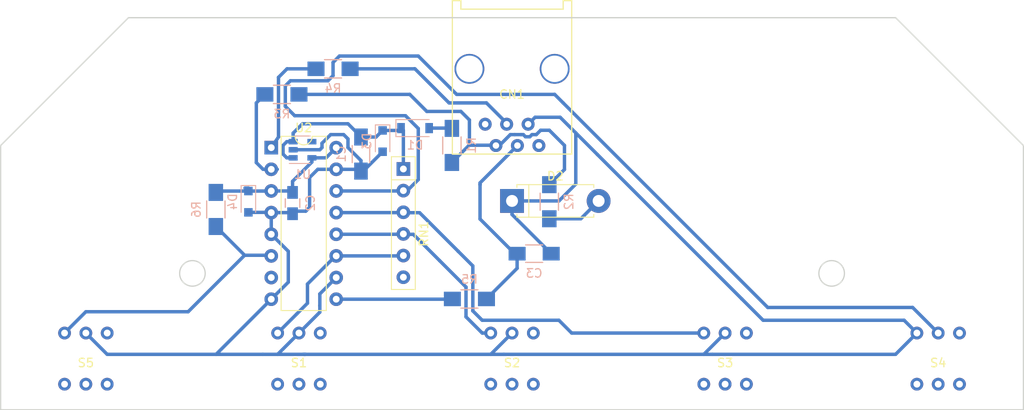
<source format=kicad_pcb>
(kicad_pcb (version 4) (host pcbnew 4.0.7)

  (general
    (links 48)
    (no_connects 0)
    (area 39.924999 59.924999 160.075001 106.075001)
    (thickness 1.6)
    (drawings 8)
    (tracks 206)
    (zones 0)
    (modules 22)
    (nets 42)
  )

  (page A4)
  (layers
    (0 F.Cu signal)
    (31 B.Cu signal)
    (32 B.Adhes user)
    (33 F.Adhes user)
    (34 B.Paste user)
    (35 F.Paste user)
    (36 B.SilkS user)
    (37 F.SilkS user)
    (38 B.Mask user)
    (39 F.Mask user)
    (40 Dwgs.User user)
    (41 Cmts.User user)
    (42 Eco1.User user)
    (43 Eco2.User user)
    (44 Edge.Cuts user)
    (45 Margin user)
    (46 B.CrtYd user)
    (47 F.CrtYd user)
    (48 B.Fab user)
    (49 F.Fab user)
  )

  (setup
    (last_trace_width 0.4)
    (trace_clearance 0.3)
    (zone_clearance 0.508)
    (zone_45_only no)
    (trace_min 0.2)
    (segment_width 0.2)
    (edge_width 0.15)
    (via_size 0.6)
    (via_drill 0.4)
    (via_min_size 0.4)
    (via_min_drill 0.3)
    (uvia_size 0.3)
    (uvia_drill 0.1)
    (uvias_allowed no)
    (uvia_min_size 0.2)
    (uvia_min_drill 0.1)
    (pcb_text_width 0.3)
    (pcb_text_size 1.5 1.5)
    (mod_edge_width 0.15)
    (mod_text_size 1 1)
    (mod_text_width 0.15)
    (pad_size 1.524 1.524)
    (pad_drill 0.762)
    (pad_to_mask_clearance 0.2)
    (aux_axis_origin 160 60)
    (grid_origin 160 60)
    (visible_elements FFFFFF7F)
    (pcbplotparams
      (layerselection 0x01000_80000000)
      (usegerberextensions false)
      (excludeedgelayer true)
      (linewidth 0.100000)
      (plotframeref false)
      (viasonmask false)
      (mode 1)
      (useauxorigin true)
      (hpglpennumber 1)
      (hpglpenspeed 20)
      (hpglpendiameter 15)
      (hpglpenoverlay 2)
      (psnegative false)
      (psa4output false)
      (plotreference true)
      (plotvalue true)
      (plotinvisibletext false)
      (padsonsilk false)
      (subtractmaskfromsilk false)
      (outputformat 1)
      (mirror false)
      (drillshape 0)
      (scaleselection 1)
      (outputdirectory ./))
  )

  (net 0 "")
  (net 1 +3V3)
  (net 2 GND)
  (net 3 "Net-(D1-Pad2)")
  (net 4 "Net-(RN1-Pad2)")
  (net 5 "Net-(RN1-Pad3)")
  (net 6 "Net-(RN1-Pad4)")
  (net 7 "Net-(RN1-Pad5)")
  (net 8 "Net-(RN1-Pad6)")
  (net 9 /CLK)
  (net 10 /Q)
  (net 11 +5V)
  (net 12 "Net-(C3-Pad1)")
  (net 13 "Net-(CN1-Pad1)")
  (net 14 "Net-(CN1-Pad2)")
  (net 15 "Net-(CN1-Pad3)")
  (net 16 "Net-(CN1-Pad6)")
  (net 17 "Net-(D2-Pad2)")
  (net 18 /~LOAD~)
  (net 19 "Net-(S1-Pad3)")
  (net 20 "Net-(S1-Pad6)")
  (net 21 "Net-(S1-Pad5)")
  (net 22 "Net-(S1-Pad4)")
  (net 23 "Net-(S2-Pad3)")
  (net 24 "Net-(S2-Pad6)")
  (net 25 "Net-(S2-Pad5)")
  (net 26 "Net-(S2-Pad4)")
  (net 27 "Net-(S3-Pad3)")
  (net 28 "Net-(S3-Pad6)")
  (net 29 "Net-(S3-Pad5)")
  (net 30 "Net-(S3-Pad4)")
  (net 31 "Net-(S4-Pad3)")
  (net 32 "Net-(S4-Pad6)")
  (net 33 "Net-(S4-Pad5)")
  (net 34 "Net-(S4-Pad4)")
  (net 35 "Net-(S5-Pad3)")
  (net 36 "Net-(S5-Pad6)")
  (net 37 "Net-(S5-Pad5)")
  (net 38 "Net-(S5-Pad4)")
  (net 39 "Net-(U1-Pad4)")
  (net 40 "Net-(U2-Pad7)")
  (net 41 "Net-(R6-Pad2)")

  (net_class Default "This is the default net class."
    (clearance 0.3)
    (trace_width 0.4)
    (via_dia 0.6)
    (via_drill 0.4)
    (uvia_dia 0.3)
    (uvia_drill 0.1)
    (add_net +3V3)
    (add_net +5V)
    (add_net /CLK)
    (add_net /Q)
    (add_net /~LOAD~)
    (add_net GND)
    (add_net "Net-(C3-Pad1)")
    (add_net "Net-(CN1-Pad1)")
    (add_net "Net-(CN1-Pad2)")
    (add_net "Net-(CN1-Pad3)")
    (add_net "Net-(CN1-Pad6)")
    (add_net "Net-(D1-Pad2)")
    (add_net "Net-(D2-Pad2)")
    (add_net "Net-(R6-Pad2)")
    (add_net "Net-(RN1-Pad2)")
    (add_net "Net-(RN1-Pad3)")
    (add_net "Net-(RN1-Pad4)")
    (add_net "Net-(RN1-Pad5)")
    (add_net "Net-(RN1-Pad6)")
    (add_net "Net-(S1-Pad3)")
    (add_net "Net-(S1-Pad4)")
    (add_net "Net-(S1-Pad5)")
    (add_net "Net-(S1-Pad6)")
    (add_net "Net-(S2-Pad3)")
    (add_net "Net-(S2-Pad4)")
    (add_net "Net-(S2-Pad5)")
    (add_net "Net-(S2-Pad6)")
    (add_net "Net-(S3-Pad3)")
    (add_net "Net-(S3-Pad4)")
    (add_net "Net-(S3-Pad5)")
    (add_net "Net-(S3-Pad6)")
    (add_net "Net-(S4-Pad3)")
    (add_net "Net-(S4-Pad4)")
    (add_net "Net-(S4-Pad5)")
    (add_net "Net-(S4-Pad6)")
    (add_net "Net-(S5-Pad3)")
    (add_net "Net-(S5-Pad4)")
    (add_net "Net-(S5-Pad5)")
    (add_net "Net-(S5-Pad6)")
    (add_net "Net-(U1-Pad4)")
    (add_net "Net-(U2-Pad7)")
  )

  (net_class 1mm ""
    (clearance 0.3)
    (trace_width 1)
    (via_dia 0.6)
    (via_drill 0.4)
    (uvia_dia 0.3)
    (uvia_drill 0.1)
  )

  (module Resistors_SMD:R_1206_HandSoldering (layer B.Cu) (tedit 5B5E2097) (tstamp 5B46CA4B)
    (at 92.944 74.986 90)
    (descr "Resistor SMD 1206, hand soldering")
    (tags "resistor 1206")
    (path /5B46CBDD)
    (attr smd)
    (fp_text reference R1 (at 0 2.3 90) (layer B.SilkS)
      (effects (font (size 1 1) (thickness 0.15)) (justify mirror))
    )
    (fp_text value 100 (at 0 -2.3 90) (layer B.Fab)
      (effects (font (size 1 1) (thickness 0.15)) (justify mirror))
    )
    (fp_line (start -1.6 -0.8) (end -1.6 0.8) (layer B.Fab) (width 0.1))
    (fp_line (start 1.6 -0.8) (end -1.6 -0.8) (layer B.Fab) (width 0.1))
    (fp_line (start 1.6 0.8) (end 1.6 -0.8) (layer B.Fab) (width 0.1))
    (fp_line (start -1.6 0.8) (end 1.6 0.8) (layer B.Fab) (width 0.1))
    (fp_line (start -3.3 1.2) (end 3.3 1.2) (layer B.CrtYd) (width 0.05))
    (fp_line (start -3.3 -1.2) (end 3.3 -1.2) (layer B.CrtYd) (width 0.05))
    (fp_line (start -3.3 1.2) (end -3.3 -1.2) (layer B.CrtYd) (width 0.05))
    (fp_line (start 3.3 1.2) (end 3.3 -1.2) (layer B.CrtYd) (width 0.05))
    (fp_line (start 1 -1.075) (end -1 -1.075) (layer B.SilkS) (width 0.15))
    (fp_line (start -1 1.075) (end 1 1.075) (layer B.SilkS) (width 0.15))
    (pad 1 smd rect (at -2 0 90) (size 2 1.7) (layers B.Cu B.Paste B.Mask)
      (net 14 "Net-(CN1-Pad2)"))
    (pad 2 smd rect (at 2 0 90) (size 2 1.7) (layers B.Cu B.Paste B.Mask)
      (net 3 "Net-(D1-Pad2)"))
    (model Resistors_SMD.3dshapes/R_1206_HandSoldering.wrl
      (at (xyz 0 0 0))
      (scale (xyz 1 1 1))
      (rotate (xyz 0 0 0))
    )
  )

  (module PiKwonDo:TH-RJ12 locked (layer F.Cu) (tedit 5B5E217D) (tstamp 5B2D8CB9)
    (at 100 66)
    (path /5B2D8F12)
    (fp_text reference CN1 (at 0 3) (layer F.SilkS)
      (effects (font (size 1 1) (thickness 0.15)))
    )
    (fp_text value RJ12-UNSHLD (at 0 -4) (layer F.Fab)
      (effects (font (size 1 1) (thickness 0.15)))
    )
    (fp_line (start -7 -8) (end -7 10) (layer F.SilkS) (width 0.15))
    (fp_line (start -7 10) (end 7 10) (layer F.SilkS) (width 0.15))
    (fp_line (start 7 10) (end 7 -8) (layer F.SilkS) (width 0.15))
    (fp_line (start 7 -8) (end 6 -8) (layer F.SilkS) (width 0.15))
    (fp_line (start 6 -8) (end 6 -7) (layer F.SilkS) (width 0.15))
    (fp_line (start 6 -7) (end -6 -7) (layer F.SilkS) (width 0.15))
    (fp_line (start -6 -7) (end -6 -8) (layer F.SilkS) (width 0.15))
    (fp_line (start -6 -8) (end -7 -8) (layer F.SilkS) (width 0.15))
    (pad 1 thru_hole circle (at -3.15 6.5) (size 1.524 1.524) (drill 0.762) (layers *.Cu *.Mask)
      (net 13 "Net-(CN1-Pad1)"))
    (pad 2 thru_hole circle (at -1.89 9) (size 1.524 1.524) (drill 0.762) (layers *.Cu *.Mask)
      (net 14 "Net-(CN1-Pad2)"))
    (pad 3 thru_hole circle (at -0.63 6.5) (size 1.524 1.524) (drill 0.762) (layers *.Cu *.Mask)
      (net 15 "Net-(CN1-Pad3)"))
    (pad 4 thru_hole circle (at 0.63 9) (size 1.524 1.524) (drill 0.762) (layers *.Cu *.Mask)
      (net 12 "Net-(C3-Pad1)"))
    (pad 5 thru_hole circle (at 1.889 6.5) (size 1.524 1.524) (drill 0.762) (layers *.Cu *.Mask)
      (net 2 GND))
    (pad 6 thru_hole circle (at 3.15 9) (size 1.524 1.524) (drill 0.762) (layers *.Cu *.Mask)
      (net 16 "Net-(CN1-Pad6)"))
    (pad "" np_thru_hole circle (at -5 0) (size 3.5 3.5) (drill 3.1) (layers *.Cu *.Mask))
    (pad "" np_thru_hole circle (at 5 0) (size 3.5 3.5) (drill 3.1) (layers *.Cu *.Mask))
  )

  (module Resistors_THT:R_Array_SIP6 (layer F.Cu) (tedit 57FA3974) (tstamp 5B2D8CC9)
    (at 87.25 77.75 270)
    (descr "6-pin Resistor SIP pack")
    (tags R)
    (path /5B2D83AE)
    (fp_text reference RN1 (at 7.62 -2.4 270) (layer F.SilkS)
      (effects (font (size 1 1) (thickness 0.15)))
    )
    (fp_text value "5x 47k" (at 7.62 2.4 270) (layer F.Fab)
      (effects (font (size 1 1) (thickness 0.15)))
    )
    (fp_line (start -1.29 -1.25) (end -1.29 1.25) (layer F.Fab) (width 0.1))
    (fp_line (start -1.29 1.25) (end 13.99 1.25) (layer F.Fab) (width 0.1))
    (fp_line (start 13.99 1.25) (end 13.99 -1.25) (layer F.Fab) (width 0.1))
    (fp_line (start 13.99 -1.25) (end -1.29 -1.25) (layer F.Fab) (width 0.1))
    (fp_line (start 1.27 -1.25) (end 1.27 1.25) (layer F.Fab) (width 0.1))
    (fp_line (start -1.44 -1.4) (end -1.44 1.4) (layer F.SilkS) (width 0.12))
    (fp_line (start -1.44 1.4) (end 14.14 1.4) (layer F.SilkS) (width 0.12))
    (fp_line (start 14.14 1.4) (end 14.14 -1.4) (layer F.SilkS) (width 0.12))
    (fp_line (start 14.14 -1.4) (end -1.44 -1.4) (layer F.SilkS) (width 0.12))
    (fp_line (start 1.27 -1.4) (end 1.27 1.4) (layer F.SilkS) (width 0.12))
    (fp_line (start -1.7 -1.65) (end -1.7 1.65) (layer F.CrtYd) (width 0.05))
    (fp_line (start -1.7 1.65) (end 14.4 1.65) (layer F.CrtYd) (width 0.05))
    (fp_line (start 14.4 1.65) (end 14.4 -1.65) (layer F.CrtYd) (width 0.05))
    (fp_line (start 14.4 -1.65) (end -1.7 -1.65) (layer F.CrtYd) (width 0.05))
    (pad 1 thru_hole rect (at 0 0 270) (size 1.6 1.6) (drill 0.8) (layers *.Cu *.Mask)
      (net 11 +5V))
    (pad 2 thru_hole oval (at 2.54 0 270) (size 1.6 1.6) (drill 0.8) (layers *.Cu *.Mask)
      (net 4 "Net-(RN1-Pad2)"))
    (pad 3 thru_hole oval (at 5.08 0 270) (size 1.6 1.6) (drill 0.8) (layers *.Cu *.Mask)
      (net 5 "Net-(RN1-Pad3)"))
    (pad 4 thru_hole oval (at 7.62 0 270) (size 1.6 1.6) (drill 0.8) (layers *.Cu *.Mask)
      (net 6 "Net-(RN1-Pad4)"))
    (pad 5 thru_hole oval (at 10.16 0 270) (size 1.6 1.6) (drill 0.8) (layers *.Cu *.Mask)
      (net 7 "Net-(RN1-Pad5)"))
    (pad 6 thru_hole oval (at 12.7 0 270) (size 1.6 1.6) (drill 0.8) (layers *.Cu *.Mask)
      (net 8 "Net-(RN1-Pad6)"))
    (model ${KISYS3DMOD}/Resistors_THT.3dshapes/R_Array_SIP6.wrl
      (at (xyz 0 0 0))
      (scale (xyz 0.39 0.39 0.39))
      (rotate (xyz 0 0 0))
    )
  )

  (module PiKwonDo:Switch-DPDT locked (layer F.Cu) (tedit 5B5E1E89) (tstamp 5B2D8CD3)
    (at 50 100)
    (path /5B2D9B30)
    (fp_text reference S5 (at 0 0.5) (layer F.SilkS)
      (effects (font (size 1 1) (thickness 0.15)))
    )
    (fp_text value DPDT-Button (at 0 -0.5) (layer F.Fab)
      (effects (font (size 1 1) (thickness 0.15)))
    )
    (pad 3 thru_hole circle (at 2.5 -3) (size 1.5 1.5) (drill 0.8) (layers *.Cu *.Mask)
      (net 35 "Net-(S5-Pad3)"))
    (pad 2 thru_hole circle (at 0 -3) (size 1.5 1.5) (drill 0.8) (layers *.Cu *.Mask)
      (net 2 GND))
    (pad 1 thru_hole circle (at -2.5 -3) (size 1.5 1.5) (drill 0.8) (layers *.Cu *.Mask)
      (net 41 "Net-(R6-Pad2)"))
    (pad 6 thru_hole circle (at -2.5 3) (size 1.5 1.5) (drill 0.8) (layers *.Cu *.Mask)
      (net 36 "Net-(S5-Pad6)"))
    (pad 5 thru_hole circle (at 0 3) (size 1.5 1.5) (drill 0.8) (layers *.Cu *.Mask)
      (net 37 "Net-(S5-Pad5)"))
    (pad 4 thru_hole circle (at 2.5 3) (size 1.5 1.5) (drill 0.8) (layers *.Cu *.Mask)
      (net 38 "Net-(S5-Pad4)"))
  )

  (module PiKwonDo:Switch-DPDT locked (layer F.Cu) (tedit 5B5E1E4D) (tstamp 5B2D8CDD)
    (at 75 100)
    (path /5B2D9E5E)
    (fp_text reference S1 (at 0 0.5) (layer F.SilkS)
      (effects (font (size 1 1) (thickness 0.15)))
    )
    (fp_text value DPDT-Button (at 0 -0.5) (layer F.Fab)
      (effects (font (size 1 1) (thickness 0.15)))
    )
    (pad 3 thru_hole circle (at 2.5 -3) (size 1.5 1.5) (drill 0.8) (layers *.Cu *.Mask)
      (net 19 "Net-(S1-Pad3)"))
    (pad 2 thru_hole circle (at 0 -3) (size 1.5 1.5) (drill 0.8) (layers *.Cu *.Mask)
      (net 2 GND))
    (pad 1 thru_hole circle (at -2.5 -3) (size 1.5 1.5) (drill 0.8) (layers *.Cu *.Mask)
      (net 7 "Net-(RN1-Pad5)"))
    (pad 6 thru_hole circle (at -2.5 3) (size 1.5 1.5) (drill 0.8) (layers *.Cu *.Mask)
      (net 20 "Net-(S1-Pad6)"))
    (pad 5 thru_hole circle (at 0 3) (size 1.5 1.5) (drill 0.8) (layers *.Cu *.Mask)
      (net 21 "Net-(S1-Pad5)"))
    (pad 4 thru_hole circle (at 2.5 3) (size 1.5 1.5) (drill 0.8) (layers *.Cu *.Mask)
      (net 22 "Net-(S1-Pad4)"))
  )

  (module PiKwonDo:Switch-DPDT locked (layer F.Cu) (tedit 5B5E1E5A) (tstamp 5B2D8CE7)
    (at 100 100)
    (path /5B2D9EA4)
    (fp_text reference S2 (at 0 0.5) (layer F.SilkS)
      (effects (font (size 1 1) (thickness 0.15)))
    )
    (fp_text value DPDT-Button (at 0 -0.5) (layer F.Fab)
      (effects (font (size 1 1) (thickness 0.15)))
    )
    (pad 3 thru_hole circle (at 2.5 -3) (size 1.5 1.5) (drill 0.8) (layers *.Cu *.Mask)
      (net 23 "Net-(S2-Pad3)"))
    (pad 2 thru_hole circle (at 0 -3) (size 1.5 1.5) (drill 0.8) (layers *.Cu *.Mask)
      (net 2 GND))
    (pad 1 thru_hole circle (at -2.5 -3) (size 1.5 1.5) (drill 0.8) (layers *.Cu *.Mask)
      (net 6 "Net-(RN1-Pad4)"))
    (pad 6 thru_hole circle (at -2.5 3) (size 1.5 1.5) (drill 0.8) (layers *.Cu *.Mask)
      (net 24 "Net-(S2-Pad6)"))
    (pad 5 thru_hole circle (at 0 3) (size 1.5 1.5) (drill 0.8) (layers *.Cu *.Mask)
      (net 25 "Net-(S2-Pad5)"))
    (pad 4 thru_hole circle (at 2.5 3) (size 1.5 1.5) (drill 0.8) (layers *.Cu *.Mask)
      (net 26 "Net-(S2-Pad4)"))
  )

  (module PiKwonDo:Switch-DPDT locked (layer F.Cu) (tedit 5B5E1E6C) (tstamp 5B2D8CF1)
    (at 125 100)
    (path /5B2D9EFB)
    (fp_text reference S3 (at 0 0.5) (layer F.SilkS)
      (effects (font (size 1 1) (thickness 0.15)))
    )
    (fp_text value DPDT-Button (at 0 -0.5) (layer F.Fab)
      (effects (font (size 1 1) (thickness 0.15)))
    )
    (pad 3 thru_hole circle (at 2.5 -3) (size 1.5 1.5) (drill 0.8) (layers *.Cu *.Mask)
      (net 27 "Net-(S3-Pad3)"))
    (pad 2 thru_hole circle (at 0 -3) (size 1.5 1.5) (drill 0.8) (layers *.Cu *.Mask)
      (net 2 GND))
    (pad 1 thru_hole circle (at -2.5 -3) (size 1.5 1.5) (drill 0.8) (layers *.Cu *.Mask)
      (net 5 "Net-(RN1-Pad3)"))
    (pad 6 thru_hole circle (at -2.5 3) (size 1.5 1.5) (drill 0.8) (layers *.Cu *.Mask)
      (net 28 "Net-(S3-Pad6)"))
    (pad 5 thru_hole circle (at 0 3) (size 1.5 1.5) (drill 0.8) (layers *.Cu *.Mask)
      (net 29 "Net-(S3-Pad5)"))
    (pad 4 thru_hole circle (at 2.5 3) (size 1.5 1.5) (drill 0.8) (layers *.Cu *.Mask)
      (net 30 "Net-(S3-Pad4)"))
  )

  (module PiKwonDo:Switch-DPDT locked (layer F.Cu) (tedit 5B5E1E80) (tstamp 5B2D8CFB)
    (at 150 100)
    (path /5B2D9F4B)
    (fp_text reference S4 (at 0 0.5) (layer F.SilkS)
      (effects (font (size 1 1) (thickness 0.15)))
    )
    (fp_text value DPDT-Button (at 0 -0.5) (layer F.Fab)
      (effects (font (size 1 1) (thickness 0.15)))
    )
    (pad 3 thru_hole circle (at 2.5 -3) (size 1.5 1.5) (drill 0.8) (layers *.Cu *.Mask)
      (net 31 "Net-(S4-Pad3)"))
    (pad 2 thru_hole circle (at 0 -3) (size 1.5 1.5) (drill 0.8) (layers *.Cu *.Mask)
      (net 4 "Net-(RN1-Pad2)"))
    (pad 1 thru_hole circle (at -2.5 -3) (size 1.5 1.5) (drill 0.8) (layers *.Cu *.Mask)
      (net 2 GND))
    (pad 6 thru_hole circle (at -2.5 3) (size 1.5 1.5) (drill 0.8) (layers *.Cu *.Mask)
      (net 32 "Net-(S4-Pad6)"))
    (pad 5 thru_hole circle (at 0 3) (size 1.5 1.5) (drill 0.8) (layers *.Cu *.Mask)
      (net 33 "Net-(S4-Pad5)"))
    (pad 4 thru_hole circle (at 2.5 3) (size 1.5 1.5) (drill 0.8) (layers *.Cu *.Mask)
      (net 34 "Net-(S4-Pad4)"))
  )

  (module Housings_DIP:DIP-16_W7.62mm (layer F.Cu) (tedit 5B5E1D54) (tstamp 5B2D8D0F)
    (at 71.75 75.25)
    (descr "16-lead though-hole mounted DIP package, row spacing 7.62 mm (300 mils)")
    (tags "THT DIP DIL PDIP 2.54mm 7.62mm 300mil")
    (path /5B5E202F)
    (fp_text reference U2 (at 3.81 -2.33) (layer F.SilkS)
      (effects (font (size 1 1) (thickness 0.15)))
    )
    (fp_text value 74HC165 (at 3.81 20.11) (layer F.Fab)
      (effects (font (size 1 1) (thickness 0.15)))
    )
    (fp_arc (start 3.81 -1.33) (end 2.81 -1.33) (angle -180) (layer F.SilkS) (width 0.12))
    (fp_line (start 1.635 -1.27) (end 6.985 -1.27) (layer F.Fab) (width 0.1))
    (fp_line (start 6.985 -1.27) (end 6.985 19.05) (layer F.Fab) (width 0.1))
    (fp_line (start 6.985 19.05) (end 0.635 19.05) (layer F.Fab) (width 0.1))
    (fp_line (start 0.635 19.05) (end 0.635 -0.27) (layer F.Fab) (width 0.1))
    (fp_line (start 0.635 -0.27) (end 1.635 -1.27) (layer F.Fab) (width 0.1))
    (fp_line (start 2.81 -1.33) (end 1.16 -1.33) (layer F.SilkS) (width 0.12))
    (fp_line (start 1.16 -1.33) (end 1.16 19.11) (layer F.SilkS) (width 0.12))
    (fp_line (start 1.16 19.11) (end 6.46 19.11) (layer F.SilkS) (width 0.12))
    (fp_line (start 6.46 19.11) (end 6.46 -1.33) (layer F.SilkS) (width 0.12))
    (fp_line (start 6.46 -1.33) (end 4.81 -1.33) (layer F.SilkS) (width 0.12))
    (fp_line (start -1.1 -1.55) (end -1.1 19.3) (layer F.CrtYd) (width 0.05))
    (fp_line (start -1.1 19.3) (end 8.7 19.3) (layer F.CrtYd) (width 0.05))
    (fp_line (start 8.7 19.3) (end 8.7 -1.55) (layer F.CrtYd) (width 0.05))
    (fp_line (start 8.7 -1.55) (end -1.1 -1.55) (layer F.CrtYd) (width 0.05))
    (fp_text user %R (at 3.81 8.89 180) (layer F.Fab)
      (effects (font (size 1 1) (thickness 0.15)))
    )
    (pad 1 thru_hole rect (at 0 0) (size 1.6 1.6) (drill 0.8) (layers *.Cu *.Mask)
      (net 18 /~LOAD~))
    (pad 9 thru_hole oval (at 7.62 17.78) (size 1.6 1.6) (drill 0.8) (layers *.Cu *.Mask)
      (net 10 /Q))
    (pad 2 thru_hole oval (at 0 2.54) (size 1.6 1.6) (drill 0.8) (layers *.Cu *.Mask)
      (net 9 /CLK))
    (pad 10 thru_hole oval (at 7.62 15.24) (size 1.6 1.6) (drill 0.8) (layers *.Cu *.Mask)
      (net 2 GND))
    (pad 3 thru_hole oval (at 0 5.08) (size 1.6 1.6) (drill 0.8) (layers *.Cu *.Mask)
      (net 1 +3V3))
    (pad 11 thru_hole oval (at 7.62 12.7) (size 1.6 1.6) (drill 0.8) (layers *.Cu *.Mask)
      (net 7 "Net-(RN1-Pad5)"))
    (pad 4 thru_hole oval (at 0 7.62) (size 1.6 1.6) (drill 0.8) (layers *.Cu *.Mask)
      (net 2 GND))
    (pad 12 thru_hole oval (at 7.62 10.16) (size 1.6 1.6) (drill 0.8) (layers *.Cu *.Mask)
      (net 6 "Net-(RN1-Pad4)"))
    (pad 5 thru_hole oval (at 0 10.16) (size 1.6 1.6) (drill 0.8) (layers *.Cu *.Mask)
      (net 2 GND))
    (pad 13 thru_hole oval (at 7.62 7.62) (size 1.6 1.6) (drill 0.8) (layers *.Cu *.Mask)
      (net 5 "Net-(RN1-Pad3)"))
    (pad 6 thru_hole oval (at 0 12.7) (size 1.6 1.6) (drill 0.8) (layers *.Cu *.Mask)
      (net 41 "Net-(R6-Pad2)"))
    (pad 14 thru_hole oval (at 7.62 5.08) (size 1.6 1.6) (drill 0.8) (layers *.Cu *.Mask)
      (net 4 "Net-(RN1-Pad2)"))
    (pad 7 thru_hole oval (at 0 15.24) (size 1.6 1.6) (drill 0.8) (layers *.Cu *.Mask)
      (net 40 "Net-(U2-Pad7)"))
    (pad 15 thru_hole oval (at 7.62 2.54) (size 1.6 1.6) (drill 0.8) (layers *.Cu *.Mask)
      (net 2 GND))
    (pad 8 thru_hole oval (at 0 17.78) (size 1.6 1.6) (drill 0.8) (layers *.Cu *.Mask)
      (net 2 GND))
    (pad 16 thru_hole oval (at 7.62 0) (size 1.6 1.6) (drill 0.8) (layers *.Cu *.Mask)
      (net 1 +3V3))
    (model ${KISYS3DMOD}/Housings_DIP.3dshapes/DIP-16_W7.62mm.wrl
      (at (xyz 0 0 0))
      (scale (xyz 1 1 1))
      (rotate (xyz 0 0 0))
    )
  )

  (module Diodes_THT:D_5W_P10.16mm_Horizontal locked (layer F.Cu) (tedit 5B5E20B1) (tstamp 5B2D944E)
    (at 100 81.5)
    (descr "D, 5W series, Axial, Horizontal, pin pitch=10.16mm, , length*diameter=8.9*3.7mm^2, , http://www.diodes.com/_files/packages/8686949.gif")
    (tags "D 5W series Axial Horizontal pin pitch 10.16mm  length 8.9mm diameter 3.7mm")
    (path /5B2D9078)
    (fp_text reference D2 (at 5.08 -2.91) (layer F.SilkS)
      (effects (font (size 1 1) (thickness 0.15)))
    )
    (fp_text value LED (at 5.08 2.91) (layer F.Fab)
      (effects (font (size 1 1) (thickness 0.15)))
    )
    (fp_text user %R (at 5.08 0) (layer F.Fab)
      (effects (font (size 1 1) (thickness 0.15)))
    )
    (fp_line (start 0.63 -1.85) (end 0.63 1.85) (layer F.Fab) (width 0.1))
    (fp_line (start 0.63 1.85) (end 9.53 1.85) (layer F.Fab) (width 0.1))
    (fp_line (start 9.53 1.85) (end 9.53 -1.85) (layer F.Fab) (width 0.1))
    (fp_line (start 9.53 -1.85) (end 0.63 -1.85) (layer F.Fab) (width 0.1))
    (fp_line (start 0 0) (end 0.63 0) (layer F.Fab) (width 0.1))
    (fp_line (start 10.16 0) (end 9.53 0) (layer F.Fab) (width 0.1))
    (fp_line (start 1.965 -1.85) (end 1.965 1.85) (layer F.Fab) (width 0.1))
    (fp_line (start 0.57 -1.58) (end 0.57 -1.91) (layer F.SilkS) (width 0.12))
    (fp_line (start 0.57 -1.91) (end 9.59 -1.91) (layer F.SilkS) (width 0.12))
    (fp_line (start 9.59 -1.91) (end 9.59 -1.58) (layer F.SilkS) (width 0.12))
    (fp_line (start 0.57 1.58) (end 0.57 1.91) (layer F.SilkS) (width 0.12))
    (fp_line (start 0.57 1.91) (end 9.59 1.91) (layer F.SilkS) (width 0.12))
    (fp_line (start 9.59 1.91) (end 9.59 1.58) (layer F.SilkS) (width 0.12))
    (fp_line (start 1.965 -1.91) (end 1.965 1.91) (layer F.SilkS) (width 0.12))
    (fp_line (start -1.65 -2.2) (end -1.65 2.2) (layer F.CrtYd) (width 0.05))
    (fp_line (start -1.65 2.2) (end 11.85 2.2) (layer F.CrtYd) (width 0.05))
    (fp_line (start 11.85 2.2) (end 11.85 -2.2) (layer F.CrtYd) (width 0.05))
    (fp_line (start 11.85 -2.2) (end -1.65 -2.2) (layer F.CrtYd) (width 0.05))
    (pad 1 thru_hole rect (at 0 0) (size 2.8 2.8) (drill 1.4) (layers *.Cu *.Mask)
      (net 2 GND))
    (pad 2 thru_hole oval (at 10.16 0) (size 2.8 2.8) (drill 1.4) (layers *.Cu *.Mask)
      (net 17 "Net-(D2-Pad2)"))
    (model ${KISYS3DMOD}/Diodes_THT.3dshapes/D_5W_P10.16mm_Horizontal.wrl
      (at (xyz 0 0 0))
      (scale (xyz 0.393701 0.393701 0.393701))
      (rotate (xyz 0 0 0))
    )
  )

  (module Resistors_SMD:R_1206_HandSoldering (layer B.Cu) (tedit 5B5E206F) (tstamp 5B46CA41)
    (at 104.374 81.59 90)
    (descr "Resistor SMD 1206, hand soldering")
    (tags "resistor 1206")
    (path /5B5B6D85)
    (attr smd)
    (fp_text reference R2 (at 0 2.3 90) (layer B.SilkS)
      (effects (font (size 1 1) (thickness 0.15)) (justify mirror))
    )
    (fp_text value 470 (at 0 -2.3 90) (layer B.Fab)
      (effects (font (size 1 1) (thickness 0.15)) (justify mirror))
    )
    (fp_line (start -1.6 -0.8) (end -1.6 0.8) (layer B.Fab) (width 0.1))
    (fp_line (start 1.6 -0.8) (end -1.6 -0.8) (layer B.Fab) (width 0.1))
    (fp_line (start 1.6 0.8) (end 1.6 -0.8) (layer B.Fab) (width 0.1))
    (fp_line (start -1.6 0.8) (end 1.6 0.8) (layer B.Fab) (width 0.1))
    (fp_line (start -3.3 1.2) (end 3.3 1.2) (layer B.CrtYd) (width 0.05))
    (fp_line (start -3.3 -1.2) (end 3.3 -1.2) (layer B.CrtYd) (width 0.05))
    (fp_line (start -3.3 1.2) (end -3.3 -1.2) (layer B.CrtYd) (width 0.05))
    (fp_line (start 3.3 1.2) (end 3.3 -1.2) (layer B.CrtYd) (width 0.05))
    (fp_line (start 1 -1.075) (end -1 -1.075) (layer B.SilkS) (width 0.15))
    (fp_line (start -1 1.075) (end 1 1.075) (layer B.SilkS) (width 0.15))
    (pad 1 smd rect (at -2 0 90) (size 2 1.7) (layers B.Cu B.Paste B.Mask)
      (net 17 "Net-(D2-Pad2)"))
    (pad 2 smd rect (at 2 0 90) (size 2 1.7) (layers B.Cu B.Paste B.Mask)
      (net 14 "Net-(CN1-Pad2)"))
    (model Resistors_SMD.3dshapes/R_1206_HandSoldering.wrl
      (at (xyz 0 0 0))
      (scale (xyz 1 1 1))
      (rotate (xyz 0 0 0))
    )
  )

  (module Resistors_SMD:R_1206_HandSoldering (layer B.Cu) (tedit 5B5E20F5) (tstamp 5B46CA51)
    (at 95 93 180)
    (descr "Resistor SMD 1206, hand soldering")
    (tags "resistor 1206")
    (path /5B5E9B57)
    (attr smd)
    (fp_text reference R5 (at 0 2.3 180) (layer B.SilkS)
      (effects (font (size 1 1) (thickness 0.15)) (justify mirror))
    )
    (fp_text value 10 (at 0 -2.3 180) (layer B.Fab)
      (effects (font (size 1 1) (thickness 0.15)) (justify mirror))
    )
    (fp_line (start -1.6 -0.8) (end -1.6 0.8) (layer B.Fab) (width 0.1))
    (fp_line (start 1.6 -0.8) (end -1.6 -0.8) (layer B.Fab) (width 0.1))
    (fp_line (start 1.6 0.8) (end 1.6 -0.8) (layer B.Fab) (width 0.1))
    (fp_line (start -1.6 0.8) (end 1.6 0.8) (layer B.Fab) (width 0.1))
    (fp_line (start -3.3 1.2) (end 3.3 1.2) (layer B.CrtYd) (width 0.05))
    (fp_line (start -3.3 -1.2) (end 3.3 -1.2) (layer B.CrtYd) (width 0.05))
    (fp_line (start -3.3 1.2) (end -3.3 -1.2) (layer B.CrtYd) (width 0.05))
    (fp_line (start 3.3 1.2) (end 3.3 -1.2) (layer B.CrtYd) (width 0.05))
    (fp_line (start 1 -1.075) (end -1 -1.075) (layer B.SilkS) (width 0.15))
    (fp_line (start -1 1.075) (end 1 1.075) (layer B.SilkS) (width 0.15))
    (pad 1 smd rect (at -2 0 180) (size 2 1.7) (layers B.Cu B.Paste B.Mask)
      (net 12 "Net-(C3-Pad1)"))
    (pad 2 smd rect (at 2 0 180) (size 2 1.7) (layers B.Cu B.Paste B.Mask)
      (net 10 /Q))
    (model Resistors_SMD.3dshapes/R_1206_HandSoldering.wrl
      (at (xyz 0 0 0))
      (scale (xyz 1 1 1))
      (rotate (xyz 0 0 0))
    )
  )

  (module Resistors_SMD:R_1206_HandSoldering (layer B.Cu) (tedit 58307C0D) (tstamp 5B46CA57)
    (at 79 66)
    (descr "Resistor SMD 1206, hand soldering")
    (tags "resistor 1206")
    (path /5B5E9AEB)
    (attr smd)
    (fp_text reference R4 (at 0 2.3) (layer B.SilkS)
      (effects (font (size 1 1) (thickness 0.15)) (justify mirror))
    )
    (fp_text value 470 (at 0 -2.3) (layer B.Fab)
      (effects (font (size 1 1) (thickness 0.15)) (justify mirror))
    )
    (fp_line (start -1.6 -0.8) (end -1.6 0.8) (layer B.Fab) (width 0.1))
    (fp_line (start 1.6 -0.8) (end -1.6 -0.8) (layer B.Fab) (width 0.1))
    (fp_line (start 1.6 0.8) (end 1.6 -0.8) (layer B.Fab) (width 0.1))
    (fp_line (start -1.6 0.8) (end 1.6 0.8) (layer B.Fab) (width 0.1))
    (fp_line (start -3.3 1.2) (end 3.3 1.2) (layer B.CrtYd) (width 0.05))
    (fp_line (start -3.3 -1.2) (end 3.3 -1.2) (layer B.CrtYd) (width 0.05))
    (fp_line (start -3.3 1.2) (end -3.3 -1.2) (layer B.CrtYd) (width 0.05))
    (fp_line (start 3.3 1.2) (end 3.3 -1.2) (layer B.CrtYd) (width 0.05))
    (fp_line (start 1 -1.075) (end -1 -1.075) (layer B.SilkS) (width 0.15))
    (fp_line (start -1 1.075) (end 1 1.075) (layer B.SilkS) (width 0.15))
    (pad 1 smd rect (at -2 0) (size 2 1.7) (layers B.Cu B.Paste B.Mask)
      (net 18 /~LOAD~))
    (pad 2 smd rect (at 2 0) (size 2 1.7) (layers B.Cu B.Paste B.Mask)
      (net 15 "Net-(CN1-Pad3)"))
    (model Resistors_SMD.3dshapes/R_1206_HandSoldering.wrl
      (at (xyz 0 0 0))
      (scale (xyz 1 1 1))
      (rotate (xyz 0 0 0))
    )
  )

  (module Capacitors_SMD:C_0805_HandSoldering (layer B.Cu) (tedit 5B5E1D91) (tstamp 5B5CFC56)
    (at 74.25 81.75 90)
    (descr "Capacitor SMD 0805, hand soldering")
    (tags "capacitor 0805")
    (path /5B2D958C)
    (attr smd)
    (fp_text reference C2 (at 0 2.1 90) (layer B.SilkS)
      (effects (font (size 1 1) (thickness 0.15)) (justify mirror))
    )
    (fp_text value 10nF (at 0 -2.1 90) (layer B.Fab)
      (effects (font (size 1 1) (thickness 0.15)) (justify mirror))
    )
    (fp_line (start -1 -0.625) (end -1 0.625) (layer B.Fab) (width 0.15))
    (fp_line (start 1 -0.625) (end -1 -0.625) (layer B.Fab) (width 0.15))
    (fp_line (start 1 0.625) (end 1 -0.625) (layer B.Fab) (width 0.15))
    (fp_line (start -1 0.625) (end 1 0.625) (layer B.Fab) (width 0.15))
    (fp_line (start -2.3 1) (end 2.3 1) (layer B.CrtYd) (width 0.05))
    (fp_line (start -2.3 -1) (end 2.3 -1) (layer B.CrtYd) (width 0.05))
    (fp_line (start -2.3 1) (end -2.3 -1) (layer B.CrtYd) (width 0.05))
    (fp_line (start 2.3 1) (end 2.3 -1) (layer B.CrtYd) (width 0.05))
    (fp_line (start 0.5 0.85) (end -0.5 0.85) (layer B.SilkS) (width 0.15))
    (fp_line (start -0.5 -0.85) (end 0.5 -0.85) (layer B.SilkS) (width 0.15))
    (pad 1 smd rect (at -1.25 0 90) (size 1.5 1.25) (layers B.Cu B.Paste B.Mask)
      (net 2 GND))
    (pad 2 smd rect (at 1.25 0 90) (size 1.5 1.25) (layers B.Cu B.Paste B.Mask)
      (net 1 +3V3))
    (model Capacitors_SMD.3dshapes/C_0805_HandSoldering.wrl
      (at (xyz 0 0 0))
      (scale (xyz 1 1 1))
      (rotate (xyz 0 0 0))
    )
  )

  (module Capacitors_SMD:C_1206_HandSoldering (layer B.Cu) (tedit 5B5E1D86) (tstamp 5B5CFC5B)
    (at 82.276 76.002 270)
    (descr "Capacitor SMD 1206, hand soldering")
    (tags "capacitor 1206")
    (path /5B5B6007)
    (attr smd)
    (fp_text reference C1 (at 0 2.3 270) (layer B.SilkS)
      (effects (font (size 1 1) (thickness 0.15)) (justify mirror))
    )
    (fp_text value 1uF (at 0 -2.3 270) (layer B.Fab)
      (effects (font (size 1 1) (thickness 0.15)) (justify mirror))
    )
    (fp_line (start -1.6 -0.8) (end -1.6 0.8) (layer B.Fab) (width 0.15))
    (fp_line (start 1.6 -0.8) (end -1.6 -0.8) (layer B.Fab) (width 0.15))
    (fp_line (start 1.6 0.8) (end 1.6 -0.8) (layer B.Fab) (width 0.15))
    (fp_line (start -1.6 0.8) (end 1.6 0.8) (layer B.Fab) (width 0.15))
    (fp_line (start -3.3 1.15) (end 3.3 1.15) (layer B.CrtYd) (width 0.05))
    (fp_line (start -3.3 -1.15) (end 3.3 -1.15) (layer B.CrtYd) (width 0.05))
    (fp_line (start -3.3 1.15) (end -3.3 -1.15) (layer B.CrtYd) (width 0.05))
    (fp_line (start 3.3 1.15) (end 3.3 -1.15) (layer B.CrtYd) (width 0.05))
    (fp_line (start 1 1.025) (end -1 1.025) (layer B.SilkS) (width 0.15))
    (fp_line (start -1 -1.025) (end 1 -1.025) (layer B.SilkS) (width 0.15))
    (pad 1 smd rect (at -2 0 270) (size 2 1.6) (layers B.Cu B.Paste B.Mask)
      (net 11 +5V))
    (pad 2 smd rect (at 2 0 270) (size 2 1.6) (layers B.Cu B.Paste B.Mask)
      (net 2 GND))
    (model Capacitors_SMD.3dshapes/C_1206_HandSoldering.wrl
      (at (xyz 0 0 0))
      (scale (xyz 1 1 1))
      (rotate (xyz 0 0 0))
    )
  )

  (module Capacitors_SMD:C_1206_HandSoldering (layer B.Cu) (tedit 541A9C03) (tstamp 5B5CFC60)
    (at 102.596 87.686)
    (descr "Capacitor SMD 1206, hand soldering")
    (tags "capacitor 1206")
    (path /5B5E8ED0)
    (attr smd)
    (fp_text reference C3 (at 0 2.3) (layer B.SilkS)
      (effects (font (size 1 1) (thickness 0.15)) (justify mirror))
    )
    (fp_text value 470pF (at 0 -2.3) (layer B.Fab)
      (effects (font (size 1 1) (thickness 0.15)) (justify mirror))
    )
    (fp_line (start -1.6 -0.8) (end -1.6 0.8) (layer B.Fab) (width 0.15))
    (fp_line (start 1.6 -0.8) (end -1.6 -0.8) (layer B.Fab) (width 0.15))
    (fp_line (start 1.6 0.8) (end 1.6 -0.8) (layer B.Fab) (width 0.15))
    (fp_line (start -1.6 0.8) (end 1.6 0.8) (layer B.Fab) (width 0.15))
    (fp_line (start -3.3 1.15) (end 3.3 1.15) (layer B.CrtYd) (width 0.05))
    (fp_line (start -3.3 -1.15) (end 3.3 -1.15) (layer B.CrtYd) (width 0.05))
    (fp_line (start -3.3 1.15) (end -3.3 -1.15) (layer B.CrtYd) (width 0.05))
    (fp_line (start 3.3 1.15) (end 3.3 -1.15) (layer B.CrtYd) (width 0.05))
    (fp_line (start 1 1.025) (end -1 1.025) (layer B.SilkS) (width 0.15))
    (fp_line (start -1 -1.025) (end 1 -1.025) (layer B.SilkS) (width 0.15))
    (pad 1 smd rect (at -2 0) (size 2 1.6) (layers B.Cu B.Paste B.Mask)
      (net 12 "Net-(C3-Pad1)"))
    (pad 2 smd rect (at 2 0) (size 2 1.6) (layers B.Cu B.Paste B.Mask)
      (net 2 GND))
    (model Capacitors_SMD.3dshapes/C_1206_HandSoldering.wrl
      (at (xyz 0 0 0))
      (scale (xyz 1 1 1))
      (rotate (xyz 0 0 0))
    )
  )

  (module Diodes_SMD:D_SOD-323_HandSoldering (layer B.Cu) (tedit 5B5E20CB) (tstamp 5B5CFC65)
    (at 84.816 74.478 270)
    (descr SOD-323)
    (tags SOD-323)
    (path /5B46CC66)
    (attr smd)
    (fp_text reference D3 (at 0 1.85 270) (layer B.SilkS)
      (effects (font (size 1 1) (thickness 0.15)) (justify mirror))
    )
    (fp_text value 5V (at 0.1 -1.9 270) (layer B.Fab)
      (effects (font (size 1 1) (thickness 0.15)) (justify mirror))
    )
    (fp_text user %R (at 0 1.85 270) (layer B.Fab)
      (effects (font (size 1 1) (thickness 0.15)) (justify mirror))
    )
    (fp_line (start -1.9 0.85) (end -1.9 -0.85) (layer B.SilkS) (width 0.12))
    (fp_line (start 0.2 0) (end 0.45 0) (layer B.Fab) (width 0.1))
    (fp_line (start 0.2 -0.35) (end -0.3 0) (layer B.Fab) (width 0.1))
    (fp_line (start 0.2 0.35) (end 0.2 -0.35) (layer B.Fab) (width 0.1))
    (fp_line (start -0.3 0) (end 0.2 0.35) (layer B.Fab) (width 0.1))
    (fp_line (start -0.3 0) (end -0.5 0) (layer B.Fab) (width 0.1))
    (fp_line (start -0.3 0.35) (end -0.3 -0.35) (layer B.Fab) (width 0.1))
    (fp_line (start -0.9 -0.7) (end -0.9 0.7) (layer B.Fab) (width 0.1))
    (fp_line (start 0.9 -0.7) (end -0.9 -0.7) (layer B.Fab) (width 0.1))
    (fp_line (start 0.9 0.7) (end 0.9 -0.7) (layer B.Fab) (width 0.1))
    (fp_line (start -0.9 0.7) (end 0.9 0.7) (layer B.Fab) (width 0.1))
    (fp_line (start -2 0.95) (end 2 0.95) (layer B.CrtYd) (width 0.05))
    (fp_line (start 2 0.95) (end 2 -0.95) (layer B.CrtYd) (width 0.05))
    (fp_line (start -2 -0.95) (end 2 -0.95) (layer B.CrtYd) (width 0.05))
    (fp_line (start -2 0.95) (end -2 -0.95) (layer B.CrtYd) (width 0.05))
    (fp_line (start -1.9 -0.85) (end 1.25 -0.85) (layer B.SilkS) (width 0.12))
    (fp_line (start -1.9 0.85) (end 1.25 0.85) (layer B.SilkS) (width 0.12))
    (pad 1 smd rect (at -1.25 0 270) (size 1 1) (layers B.Cu B.Paste B.Mask)
      (net 11 +5V))
    (pad 2 smd rect (at 1.25 0 270) (size 1 1) (layers B.Cu B.Paste B.Mask)
      (net 2 GND))
    (model ${KISYS3DMOD}/Diodes_SMD.3dshapes/D_SOD-323.wrl
      (at (xyz 0 0 0))
      (scale (xyz 1 1 1))
      (rotate (xyz 0 0 0))
    )
  )

  (module Diodes_SMD:D_SOD-123 (layer B.Cu) (tedit 5B5E20A7) (tstamp 5B5CFC6A)
    (at 88.626 72.954)
    (descr SOD-123)
    (tags SOD-123)
    (path /5B5B5DBA)
    (attr smd)
    (fp_text reference D1 (at 0 2) (layer B.SilkS)
      (effects (font (size 1 1) (thickness 0.15)) (justify mirror))
    )
    (fp_text value BAT54 (at 0 -2.1) (layer B.Fab)
      (effects (font (size 1 1) (thickness 0.15)) (justify mirror))
    )
    (fp_text user %R (at 0 2) (layer B.Fab)
      (effects (font (size 1 1) (thickness 0.15)) (justify mirror))
    )
    (fp_line (start -2.25 1) (end -2.25 -1) (layer B.SilkS) (width 0.12))
    (fp_line (start 0.25 0) (end 0.75 0) (layer B.Fab) (width 0.1))
    (fp_line (start 0.25 -0.4) (end -0.35 0) (layer B.Fab) (width 0.1))
    (fp_line (start 0.25 0.4) (end 0.25 -0.4) (layer B.Fab) (width 0.1))
    (fp_line (start -0.35 0) (end 0.25 0.4) (layer B.Fab) (width 0.1))
    (fp_line (start -0.35 0) (end -0.35 -0.55) (layer B.Fab) (width 0.1))
    (fp_line (start -0.35 0) (end -0.35 0.55) (layer B.Fab) (width 0.1))
    (fp_line (start -0.75 0) (end -0.35 0) (layer B.Fab) (width 0.1))
    (fp_line (start -1.4 -0.9) (end -1.4 0.9) (layer B.Fab) (width 0.1))
    (fp_line (start 1.4 -0.9) (end -1.4 -0.9) (layer B.Fab) (width 0.1))
    (fp_line (start 1.4 0.9) (end 1.4 -0.9) (layer B.Fab) (width 0.1))
    (fp_line (start -1.4 0.9) (end 1.4 0.9) (layer B.Fab) (width 0.1))
    (fp_line (start -2.35 1.15) (end 2.35 1.15) (layer B.CrtYd) (width 0.05))
    (fp_line (start 2.35 1.15) (end 2.35 -1.15) (layer B.CrtYd) (width 0.05))
    (fp_line (start 2.35 -1.15) (end -2.35 -1.15) (layer B.CrtYd) (width 0.05))
    (fp_line (start -2.35 1.15) (end -2.35 -1.15) (layer B.CrtYd) (width 0.05))
    (fp_line (start -2.25 -1) (end 1.65 -1) (layer B.SilkS) (width 0.12))
    (fp_line (start -2.25 1) (end 1.65 1) (layer B.SilkS) (width 0.12))
    (pad 1 smd rect (at -1.65 0) (size 0.9 1.2) (layers B.Cu B.Paste B.Mask)
      (net 11 +5V))
    (pad 2 smd rect (at 1.65 0) (size 0.9 1.2) (layers B.Cu B.Paste B.Mask)
      (net 3 "Net-(D1-Pad2)"))
    (model ${KISYS3DMOD}/Diodes_SMD.3dshapes/D_SOD-123.wrl
      (at (xyz 0 0 0))
      (scale (xyz 1 1 1))
      (rotate (xyz 0 0 0))
    )
  )

  (module Diodes_SMD:D_SOD-323_HandSoldering (layer B.Cu) (tedit 58641869) (tstamp 5B5CFC6F)
    (at 69.068 81.59 270)
    (descr SOD-323)
    (tags SOD-323)
    (path /5B5E643D)
    (attr smd)
    (fp_text reference D4 (at 0 1.85 270) (layer B.SilkS)
      (effects (font (size 1 1) (thickness 0.15)) (justify mirror))
    )
    (fp_text value 3.3V (at 0.1 -1.9 270) (layer B.Fab)
      (effects (font (size 1 1) (thickness 0.15)) (justify mirror))
    )
    (fp_text user %R (at 0 1.85 270) (layer B.Fab)
      (effects (font (size 1 1) (thickness 0.15)) (justify mirror))
    )
    (fp_line (start -1.9 0.85) (end -1.9 -0.85) (layer B.SilkS) (width 0.12))
    (fp_line (start 0.2 0) (end 0.45 0) (layer B.Fab) (width 0.1))
    (fp_line (start 0.2 -0.35) (end -0.3 0) (layer B.Fab) (width 0.1))
    (fp_line (start 0.2 0.35) (end 0.2 -0.35) (layer B.Fab) (width 0.1))
    (fp_line (start -0.3 0) (end 0.2 0.35) (layer B.Fab) (width 0.1))
    (fp_line (start -0.3 0) (end -0.5 0) (layer B.Fab) (width 0.1))
    (fp_line (start -0.3 0.35) (end -0.3 -0.35) (layer B.Fab) (width 0.1))
    (fp_line (start -0.9 -0.7) (end -0.9 0.7) (layer B.Fab) (width 0.1))
    (fp_line (start 0.9 -0.7) (end -0.9 -0.7) (layer B.Fab) (width 0.1))
    (fp_line (start 0.9 0.7) (end 0.9 -0.7) (layer B.Fab) (width 0.1))
    (fp_line (start -0.9 0.7) (end 0.9 0.7) (layer B.Fab) (width 0.1))
    (fp_line (start -2 0.95) (end 2 0.95) (layer B.CrtYd) (width 0.05))
    (fp_line (start 2 0.95) (end 2 -0.95) (layer B.CrtYd) (width 0.05))
    (fp_line (start -2 -0.95) (end 2 -0.95) (layer B.CrtYd) (width 0.05))
    (fp_line (start -2 0.95) (end -2 -0.95) (layer B.CrtYd) (width 0.05))
    (fp_line (start -1.9 -0.85) (end 1.25 -0.85) (layer B.SilkS) (width 0.12))
    (fp_line (start -1.9 0.85) (end 1.25 0.85) (layer B.SilkS) (width 0.12))
    (pad 1 smd rect (at -1.25 0 270) (size 1 1) (layers B.Cu B.Paste B.Mask)
      (net 1 +3V3))
    (pad 2 smd rect (at 1.25 0 270) (size 1 1) (layers B.Cu B.Paste B.Mask)
      (net 2 GND))
    (model ${KISYS3DMOD}/Diodes_SMD.3dshapes/D_SOD-323.wrl
      (at (xyz 0 0 0))
      (scale (xyz 1 1 1))
      (rotate (xyz 0 0 0))
    )
  )

  (module Resistors_SMD:R_1206_HandSoldering (layer B.Cu) (tedit 5B5E20D8) (tstamp 5B5CFC79)
    (at 73 69)
    (descr "Resistor SMD 1206, hand soldering")
    (tags "resistor 1206")
    (path /5B5E7B1D)
    (attr smd)
    (fp_text reference R3 (at 0 2.3) (layer B.SilkS)
      (effects (font (size 1 1) (thickness 0.15)) (justify mirror))
    )
    (fp_text value 470 (at 0 -2.3) (layer B.Fab)
      (effects (font (size 1 1) (thickness 0.15)) (justify mirror))
    )
    (fp_line (start -1.6 -0.8) (end -1.6 0.8) (layer B.Fab) (width 0.1))
    (fp_line (start 1.6 -0.8) (end -1.6 -0.8) (layer B.Fab) (width 0.1))
    (fp_line (start 1.6 0.8) (end 1.6 -0.8) (layer B.Fab) (width 0.1))
    (fp_line (start -1.6 0.8) (end 1.6 0.8) (layer B.Fab) (width 0.1))
    (fp_line (start -3.3 1.2) (end 3.3 1.2) (layer B.CrtYd) (width 0.05))
    (fp_line (start -3.3 -1.2) (end 3.3 -1.2) (layer B.CrtYd) (width 0.05))
    (fp_line (start -3.3 1.2) (end -3.3 -1.2) (layer B.CrtYd) (width 0.05))
    (fp_line (start 3.3 1.2) (end 3.3 -1.2) (layer B.CrtYd) (width 0.05))
    (fp_line (start 1 -1.075) (end -1 -1.075) (layer B.SilkS) (width 0.15))
    (fp_line (start -1 1.075) (end 1 1.075) (layer B.SilkS) (width 0.15))
    (pad 1 smd rect (at -2 0) (size 2 1.7) (layers B.Cu B.Paste B.Mask)
      (net 9 /CLK))
    (pad 2 smd rect (at 2 0) (size 2 1.7) (layers B.Cu B.Paste B.Mask)
      (net 14 "Net-(CN1-Pad2)"))
    (model Resistors_SMD.3dshapes/R_1206_HandSoldering.wrl
      (at (xyz 0 0 0))
      (scale (xyz 1 1 1))
      (rotate (xyz 0 0 0))
    )
  )

  (module TO_SOT_Packages_SMD:SOT-23-5 (layer B.Cu) (tedit 5B5E1D48) (tstamp 5B5CFC82)
    (at 75.418 75.494)
    (descr "5-pin SOT23 package")
    (tags SOT-23-5)
    (path /5B5B5636)
    (attr smd)
    (fp_text reference U1 (at 0 2.9) (layer B.SilkS)
      (effects (font (size 1 1) (thickness 0.15)) (justify mirror))
    )
    (fp_text value MIC5504-3.3YM5 (at 0 -2.9) (layer B.Fab)
      (effects (font (size 1 1) (thickness 0.15)) (justify mirror))
    )
    (fp_line (start -0.9 -1.61) (end 0.9 -1.61) (layer B.SilkS) (width 0.12))
    (fp_line (start 0.9 1.61) (end -1.55 1.61) (layer B.SilkS) (width 0.12))
    (fp_line (start -1.9 1.8) (end 1.9 1.8) (layer B.CrtYd) (width 0.05))
    (fp_line (start 1.9 1.8) (end 1.9 -1.8) (layer B.CrtYd) (width 0.05))
    (fp_line (start 1.9 -1.8) (end -1.9 -1.8) (layer B.CrtYd) (width 0.05))
    (fp_line (start -1.9 -1.8) (end -1.9 1.8) (layer B.CrtYd) (width 0.05))
    (fp_line (start 0.9 1.55) (end -0.9 1.55) (layer B.Fab) (width 0.15))
    (fp_line (start -0.9 1.55) (end -0.9 -1.55) (layer B.Fab) (width 0.15))
    (fp_line (start 0.9 -1.55) (end -0.9 -1.55) (layer B.Fab) (width 0.15))
    (fp_line (start 0.9 1.55) (end 0.9 -1.55) (layer B.Fab) (width 0.15))
    (pad 1 smd rect (at -1.1 0.95) (size 1.06 0.65) (layers B.Cu B.Paste B.Mask)
      (net 11 +5V))
    (pad 2 smd rect (at -1.1 0) (size 1.06 0.65) (layers B.Cu B.Paste B.Mask)
      (net 2 GND))
    (pad 3 smd rect (at -1.1 -0.95) (size 1.06 0.65) (layers B.Cu B.Paste B.Mask)
      (net 11 +5V))
    (pad 4 smd rect (at 1.1 -0.95) (size 1.06 0.65) (layers B.Cu B.Paste B.Mask)
      (net 39 "Net-(U1-Pad4)"))
    (pad 5 smd rect (at 1.1 0.95) (size 1.06 0.65) (layers B.Cu B.Paste B.Mask)
      (net 1 +3V3))
    (model TO_SOT_Packages_SMD.3dshapes/SOT-23-5.wrl
      (at (xyz 0 0 0))
      (scale (xyz 1 1 1))
      (rotate (xyz 0 0 0))
    )
  )

  (module Resistors_SMD:R_1206_HandSoldering (layer B.Cu) (tedit 58307C0D) (tstamp 5B5E26C4)
    (at 65.25 82.5 270)
    (descr "Resistor SMD 1206, hand soldering")
    (tags "resistor 1206")
    (path /5B5E2B7E)
    (attr smd)
    (fp_text reference R6 (at 0 2.3 270) (layer B.SilkS)
      (effects (font (size 1 1) (thickness 0.15)) (justify mirror))
    )
    (fp_text value 470 (at 0 -2.3 270) (layer B.Fab)
      (effects (font (size 1 1) (thickness 0.15)) (justify mirror))
    )
    (fp_line (start -1.6 -0.8) (end -1.6 0.8) (layer B.Fab) (width 0.1))
    (fp_line (start 1.6 -0.8) (end -1.6 -0.8) (layer B.Fab) (width 0.1))
    (fp_line (start 1.6 0.8) (end 1.6 -0.8) (layer B.Fab) (width 0.1))
    (fp_line (start -1.6 0.8) (end 1.6 0.8) (layer B.Fab) (width 0.1))
    (fp_line (start -3.3 1.2) (end 3.3 1.2) (layer B.CrtYd) (width 0.05))
    (fp_line (start -3.3 -1.2) (end 3.3 -1.2) (layer B.CrtYd) (width 0.05))
    (fp_line (start -3.3 1.2) (end -3.3 -1.2) (layer B.CrtYd) (width 0.05))
    (fp_line (start 3.3 1.2) (end 3.3 -1.2) (layer B.CrtYd) (width 0.05))
    (fp_line (start 1 -1.075) (end -1 -1.075) (layer B.SilkS) (width 0.15))
    (fp_line (start -1 1.075) (end 1 1.075) (layer B.SilkS) (width 0.15))
    (pad 1 smd rect (at -2 0 270) (size 2 1.7) (layers B.Cu B.Paste B.Mask)
      (net 1 +3V3))
    (pad 2 smd rect (at 2 0 270) (size 2 1.7) (layers B.Cu B.Paste B.Mask)
      (net 41 "Net-(R6-Pad2)"))
    (model Resistors_SMD.3dshapes/R_1206_HandSoldering.wrl
      (at (xyz 0 0 0))
      (scale (xyz 1 1 1))
      (rotate (xyz 0 0 0))
    )
  )

  (gr_line (start 40 75) (end 40 106) (angle 90) (layer Edge.Cuts) (width 0.15))
  (gr_line (start 55 60) (end 40 75) (angle 90) (layer Edge.Cuts) (width 0.15))
  (gr_line (start 145 60) (end 55 60) (angle 90) (layer Edge.Cuts) (width 0.15))
  (gr_line (start 160 75) (end 145 60) (angle 90) (layer Edge.Cuts) (width 0.15))
  (gr_line (start 160 75) (end 160 106) (angle 90) (layer Edge.Cuts) (width 0.15))
  (gr_line (start 40 106) (end 160 106) (angle 90) (layer Edge.Cuts) (width 0.15))
  (gr_circle (center 62.5 90) (end 62.5 91.5) (layer Edge.Cuts) (width 0.15))
  (gr_circle (center 137.5 90) (end 137.5 91.5) (layer Edge.Cuts) (width 0.15))

  (segment (start 69.068 80.34) (end 65.41 80.34) (width 0.4) (layer B.Cu) (net 1))
  (segment (start 65.41 80.34) (end 65.25 80.5) (width 0.4) (layer B.Cu) (net 1) (tstamp 5B5E254B))
  (segment (start 73.78 80.33) (end 74.25 80.8) (width 0.4) (layer B.Cu) (net 1) (tstamp 5B4C37D5))
  (segment (start 73.896 80.904) (end 74.05 80.75) (width 0.4) (layer B.Cu) (net 1) (tstamp 5B46CCFC) (status 30))
  (segment (start 69.068 80.34) (end 71.74 80.34) (width 0.4) (layer B.Cu) (net 1))
  (segment (start 76.518 76.444) (end 78.176 76.444) (width 0.4) (layer B.Cu) (net 1))
  (segment (start 78.176 76.444) (end 79.37 75.25) (width 0.4) (layer B.Cu) (net 1) (tstamp 5B5D0355))
  (segment (start 76.518 76.934) (end 76.518 76.444) (width 0.4) (layer B.Cu) (net 1) (tstamp 5B5D0352))
  (segment (start 69.068 79.99) (end 68.668 79.99) (width 0.4) (layer B.Cu) (net 1) (status 30))
  (segment (start 68.928 80.13) (end 69.068 79.99) (width 0.4) (layer B.Cu) (net 1) (tstamp 5B46CD57) (status 30))
  (segment (start 74.25 79.202) (end 76.518 76.934) (width 0.4) (layer B.Cu) (net 1) (tstamp 5B5D0351))
  (segment (start 74.25 80.5) (end 74.25 79.202) (width 0.4) (layer B.Cu) (net 1))
  (segment (start 74.08 80.33) (end 74.25 80.5) (width 0.4) (layer B.Cu) (net 1) (tstamp 5B5D034E))
  (segment (start 71.74 80.34) (end 71.75 80.33) (width 0.4) (layer B.Cu) (net 1) (tstamp 5B5D03A9))
  (segment (start 71.75 80.33) (end 74.08 80.33) (width 0.4) (layer B.Cu) (net 1))
  (segment (start 107.48 73.52) (end 107.48 79.52) (width 0.4) (layer B.Cu) (net 2))
  (segment (start 107.48 79.52) (end 105.5 81.5) (width 0.4) (layer B.Cu) (net 2) (tstamp 5B5E2A07))
  (segment (start 126.96 93) (end 129.46 95.5) (width 0.4) (layer B.Cu) (net 2))
  (segment (start 129.46 95.5) (end 146 95.5) (width 0.4) (layer B.Cu) (net 2) (tstamp 5B5E298B))
  (segment (start 147.5 97) (end 146 95.5) (width 0.4) (layer B.Cu) (net 2) (status 400000))
  (segment (start 126.96 93) (end 110.024 76.064) (width 0.4) (layer B.Cu) (net 2) (tstamp 5B5E2968))
  (segment (start 71.75 85.41) (end 73.75 87.41) (width 0.4) (layer B.Cu) (net 2) (status 400000))
  (segment (start 71.75 93.03) (end 73.75 91.03) (width 0.4) (layer B.Cu) (net 2) (status 400000))
  (segment (start 79.37 90.49) (end 77.45 92.41) (width 0.4) (layer B.Cu) (net 2) (status 400000))
  (segment (start 75 97) (end 77.45 94.55) (width 0.4) (layer B.Cu) (net 2) (status 400000))
  (segment (start 77.45 93.782) (end 77.45 92.41) (width 0.4) (layer B.Cu) (net 2) (tstamp 5B5D04FC))
  (segment (start 77.45 94.55) (end 77.45 93.782) (width 0.4) (layer B.Cu) (net 2) (tstamp 5B5E2924))
  (segment (start 50 97) (end 52.5 99.5) (width 0.4) (layer B.Cu) (net 2) (status 400000))
  (segment (start 71.75 93.03) (end 65.28 99.5) (width 0.4) (layer B.Cu) (net 2) (status 400000))
  (segment (start 75 97) (end 72.5 99.5) (width 0.4) (layer B.Cu) (net 2) (status 400000))
  (segment (start 100 97) (end 97.5 99.5) (width 0.4) (layer B.Cu) (net 2) (status 400000))
  (segment (start 125 97) (end 122.5 99.5) (width 0.4) (layer B.Cu) (net 2) (status 400000))
  (segment (start 147.5 97) (end 145 99.5) (width 0.4) (layer B.Cu) (net 2) (status 400000))
  (segment (start 145 99.5) (end 123.5 99.5) (width 0.4) (layer B.Cu) (net 2) (tstamp 5B5E28C8))
  (segment (start 104.596 87.686) (end 100 83.09) (width 0.4) (layer B.Cu) (net 2))
  (segment (start 100 83.09) (end 100 81.5) (width 0.4) (layer B.Cu) (net 2) (tstamp 5B5E25C6))
  (segment (start 74.25 82.7) (end 75.8 82.7) (width 0.4) (layer B.Cu) (net 2))
  (segment (start 75.8 82.7) (end 76.25 82.25) (width 0.4) (layer B.Cu) (net 2) (tstamp 5B4C37E3))
  (segment (start 74.08 82.87) (end 74.25 82.7) (width 0.4) (layer B.Cu) (net 2) (tstamp 5B4C37D0))
  (segment (start 76.25 82.25) (end 76.25 78.75) (width 0.4) (layer B.Cu) (net 2) (tstamp 5B4C37E4))
  (segment (start 76.25 78.75) (end 77.21 77.79) (width 0.4) (layer B.Cu) (net 2) (tstamp 5B4C37E5))
  (segment (start 79.38 90.5) (end 79.37 90.49) (width 0.4) (layer B.Cu) (net 2) (tstamp 5B4C37F6))
  (segment (start 104.596 87.686) (end 104.12 87.686) (width 0.4) (layer B.Cu) (net 2))
  (segment (start 102.705 71.684) (end 101.889 72.5) (width 0.4) (layer B.Cu) (net 2) (tstamp 5B5D03D8))
  (segment (start 110.024 76.064) (end 107.48 73.52) (width 0.4) (layer B.Cu) (net 2) (tstamp 5B5D03D4))
  (segment (start 107.48 73.52) (end 105.644 71.684) (width 0.4) (layer B.Cu) (net 2) (tstamp 5B5E2A05))
  (segment (start 105.644 71.684) (end 102.705 71.684) (width 0.4) (layer B.Cu) (net 2) (tstamp 5B5D03D6))
  (segment (start 69.068 82.84) (end 71.72 82.84) (width 0.4) (layer B.Cu) (net 2))
  (segment (start 71.72 82.84) (end 71.75 82.87) (width 0.4) (layer B.Cu) (net 2) (tstamp 5B5D03AC))
  (segment (start 99.04 99.5) (end 122.5 99.5) (width 0.4) (layer B.Cu) (net 2))
  (segment (start 122.5 99.5) (end 123.5 99.5) (width 0.4) (layer B.Cu) (net 2) (tstamp 5B5E28E6))
  (segment (start 75 97) (end 75.248 97) (width 0.4) (layer B.Cu) (net 2))
  (segment (start 75.672 99.5) (end 97.5 99.5) (width 0.4) (layer B.Cu) (net 2))
  (segment (start 97.5 99.5) (end 99.04 99.5) (width 0.4) (layer B.Cu) (net 2) (tstamp 5B5E28FC))
  (segment (start 82.276 78.002) (end 82.276 76.764) (width 0.4) (layer B.Cu) (net 2))
  (segment (start 77.45 75.494) (end 74.318 75.494) (width 0.4) (layer B.Cu) (net 2) (tstamp 5B5D033F))
  (segment (start 77.704 75.24) (end 77.45 75.494) (width 0.4) (layer B.Cu) (net 2) (tstamp 5B5D033E))
  (segment (start 77.704 74.732) (end 77.704 75.24) (width 0.4) (layer B.Cu) (net 2) (tstamp 5B5D033D))
  (segment (start 78.72 73.716) (end 77.704 74.732) (width 0.4) (layer B.Cu) (net 2) (tstamp 5B5D033C))
  (segment (start 80.244 73.716) (end 78.72 73.716) (width 0.4) (layer B.Cu) (net 2) (tstamp 5B5D033B))
  (segment (start 80.752 74.224) (end 80.244 73.716) (width 0.4) (layer B.Cu) (net 2) (tstamp 5B5D033A))
  (segment (start 80.752 75.24) (end 80.752 74.224) (width 0.4) (layer B.Cu) (net 2) (tstamp 5B5D0339))
  (segment (start 82.276 76.764) (end 80.752 75.24) (width 0.4) (layer B.Cu) (net 2) (tstamp 5B5D0338))
  (segment (start 82.276 78.002) (end 82.542 78.002) (width 0.4) (layer B.Cu) (net 2))
  (segment (start 82.542 78.002) (end 84.816 75.728) (width 0.4) (layer B.Cu) (net 2) (tstamp 5B5D0307))
  (segment (start 73.75 87.41) (end 73.75 91.03) (width 0.4) (layer B.Cu) (net 2) (tstamp 5B5E2942))
  (segment (start 71.75 93.03) (end 71.47 93.03) (width 0.4) (layer B.Cu) (net 2))
  (segment (start 77.21 77.79) (end 79.37 77.79) (width 0.4) (layer B.Cu) (net 2) (tstamp 5B4C37E6))
  (segment (start 79.37 77.79) (end 82.066 77.792) (width 0.4) (layer B.Cu) (net 2) (status 20))
  (segment (start 82.066 77.792) (end 82.276 78.002) (width 0.4) (layer B.Cu) (net 2) (tstamp 5B4C37E0) (status 30))
  (segment (start 71.75 82.87) (end 74.08 82.87) (width 0.4) (layer B.Cu) (net 2))
  (segment (start 71.75 85.41) (end 71.75 82.87) (width 0.4) (layer B.Cu) (net 2))
  (segment (start 71.47 92.75) (end 71.75 93.03) (width 0.4) (layer B.Cu) (net 2) (tstamp 5B4C37C5))
  (segment (start 52.5 99.5) (end 65.28 99.5) (width 0.4) (layer B.Cu) (net 2) (tstamp 5B5E2911))
  (segment (start 65.28 99.5) (end 70.75 99.5) (width 0.4) (layer B.Cu) (net 2) (tstamp 5B5E290C))
  (segment (start 70.75 99.5) (end 72.5 99.5) (width 0.4) (layer B.Cu) (net 2) (tstamp 5B4CA5BB))
  (segment (start 72.5 99.5) (end 75.672 99.5) (width 0.4) (layer B.Cu) (net 2) (tstamp 5B5E2906))
  (segment (start 75.672 99.5) (end 75.75 99.5) (width 0.4) (layer B.Cu) (net 2) (tstamp 5B5D035B))
  (segment (start 75.75 99.5) (end 75.5 99.5) (width 0.4) (layer B.Cu) (net 2) (tstamp 5B4C378B))
  (segment (start 105.5 81.5) (end 100 81.5) (width 0.4) (layer B.Cu) (net 2) (tstamp 5B5E2A1F))
  (segment (start 90.276 72.954) (end 92.912 72.954) (width 0.4) (layer B.Cu) (net 3))
  (segment (start 92.912 72.954) (end 92.944 72.986) (width 0.4) (layer B.Cu) (net 3) (tstamp 5B5D030F))
  (segment (start 106 70) (end 105 69) (width 0.4) (layer B.Cu) (net 4))
  (segment (start 147 94) (end 130 94) (width 0.4) (layer B.Cu) (net 4) (tstamp 5B5E29A3))
  (segment (start 130 94) (end 106 70) (width 0.4) (layer B.Cu) (net 4) (tstamp 5B5E29A6))
  (segment (start 150 97) (end 147 94) (width 0.4) (layer B.Cu) (net 4) (status 400000))
  (segment (start 79.75 64.5) (end 79 65.25) (width 0.4) (layer B.Cu) (net 4) (tstamp 5B5E29DC))
  (segment (start 89 64.5) (end 79.75 64.5) (width 0.4) (layer B.Cu) (net 4) (tstamp 5B5E29D0))
  (segment (start 93.5 69) (end 89 64.5) (width 0.4) (layer B.Cu) (net 4) (tstamp 5B5E29CA))
  (segment (start 105 69) (end 93.5 69) (width 0.4) (layer B.Cu) (net 4) (tstamp 5B5E29C9))
  (segment (start 150 96.5) (end 150 97) (width 0.4) (layer B.Cu) (net 4) (tstamp 5B4C37AC))
  (segment (start 73.4 68) (end 74 67.4) (width 0.4) (layer B.Cu) (net 4))
  (segment (start 74.5 71.5) (end 73.4 70.4) (width 0.4) (layer B.Cu) (net 4))
  (segment (start 87.5 71.5) (end 74.5 71.5) (width 0.4) (layer B.Cu) (net 4) (tstamp 5B5E26CF))
  (segment (start 89 73) (end 87.5 71.5) (width 0.4) (layer B.Cu) (net 4) (tstamp 5B5E26C2))
  (segment (start 89 79) (end 89 73) (width 0.4) (layer B.Cu) (net 4) (tstamp 5B5E26C0))
  (segment (start 87.71 80.29) (end 89 79) (width 0.4) (layer B.Cu) (net 4) (tstamp 5B5E26BB))
  (segment (start 73.4 70.4) (end 73.4 68) (width 0.4) (layer B.Cu) (net 4) (tstamp 5B5E26FA))
  (segment (start 74 67.4) (end 78.4 67.4) (width 0.4) (layer B.Cu) (net 4) (tstamp 5B5E280D))
  (segment (start 78.4 67.4) (end 79 66.8) (width 0.4) (layer B.Cu) (net 4) (tstamp 5B5E2811))
  (segment (start 79 66.8) (end 79 65.25) (width 0.4) (layer B.Cu) (net 4) (tstamp 5B5E2816))
  (segment (start 87.25 80.29) (end 87.71 80.29) (width 0.4) (layer B.Cu) (net 4))
  (segment (start 79.37 80.33) (end 87.24 80.33) (width 0.4) (layer B.Cu) (net 4))
  (segment (start 87.24 80.33) (end 87.25 80.34) (width 0.4) (layer B.Cu) (net 4) (tstamp 5B4C37E9))
  (segment (start 107 97) (end 105.5 95.5) (width 0.4) (layer B.Cu) (net 5))
  (segment (start 96.5 95.5) (end 95.4 94.4) (width 0.4) (layer B.Cu) (net 5) (tstamp 5B5E2624))
  (segment (start 105.5 95.5) (end 96.5 95.5) (width 0.4) (layer B.Cu) (net 5) (tstamp 5B5E2622))
  (segment (start 93.687 87.413) (end 95.4 89.126) (width 0.4) (layer B.Cu) (net 5))
  (segment (start 95.4 89.126) (end 95.4 94.4) (width 0.4) (layer B.Cu) (net 5) (tstamp 5B5E260A))
  (segment (start 122.5 97) (end 107 97) (width 0.4) (layer B.Cu) (net 5))
  (segment (start 79.37 82.87) (end 87.24 82.87) (width 0.4) (layer B.Cu) (net 5))
  (segment (start 89.154 82.88) (end 87.25 82.88) (width 0.4) (layer B.Cu) (net 5) (tstamp 5B5D0389))
  (segment (start 93.706 87.432) (end 93.687 87.413) (width 0.4) (layer B.Cu) (net 5) (tstamp 5B5D0387))
  (segment (start 93.687 87.413) (end 89.154 82.88) (width 0.4) (layer B.Cu) (net 5) (tstamp 5B5E2608))
  (segment (start 87.25 82.88) (end 87.88 82.88) (width 0.4) (layer B.Cu) (net 5))
  (segment (start 87.24 82.87) (end 87.25 82.88) (width 0.4) (layer B.Cu) (net 5) (tstamp 5B4C37EC))
  (segment (start 97.5 97) (end 96.5 97) (width 0.4) (layer B.Cu) (net 6))
  (segment (start 96.5 97) (end 94.6 95.1) (width 0.4) (layer B.Cu) (net 6) (tstamp 5B5E262A))
  (segment (start 91.5 88.5) (end 94.6 91.6) (width 0.4) (layer B.Cu) (net 6))
  (segment (start 91.5 88.5) (end 88.42 85.42) (width 0.4) (layer B.Cu) (net 6) (tstamp 5B4CA454))
  (segment (start 87.25 85.42) (end 88.42 85.42) (width 0.4) (layer B.Cu) (net 6) (tstamp 5B4CA455))
  (segment (start 94.6 91.6) (end 94.6 95.1) (width 0.4) (layer B.Cu) (net 6) (tstamp 5B5E2601))
  (segment (start 87.24 85.41) (end 87.25 85.42) (width 0.4) (layer B.Cu) (net 6) (tstamp 5B4C37EF))
  (segment (start 79.37 85.41) (end 87.24 85.41) (width 0.4) (layer B.Cu) (net 6))
  (segment (start 79.37 87.95) (end 79.3 87.95) (width 0.4) (layer B.Cu) (net 7) (status C00000))
  (segment (start 79.3 87.95) (end 76 91.25) (width 0.4) (layer B.Cu) (net 7) (tstamp 5B5E2A33) (status 400000))
  (segment (start 87.24 87.95) (end 87.25 87.96) (width 0.4) (layer B.Cu) (net 7) (tstamp 5B4C37F2))
  (segment (start 72.5 97) (end 74.75 94.75) (width 0.4) (layer B.Cu) (net 7))
  (segment (start 76 93.5) (end 76 91.25) (width 0.4) (layer B.Cu) (net 7) (tstamp 5B4C3811))
  (segment (start 74.75 94.75) (end 76 93.5) (width 0.4) (layer B.Cu) (net 7) (tstamp 5B4C3810))
  (segment (start 79.37 87.95) (end 87.24 87.95) (width 0.4) (layer B.Cu) (net 7))
  (segment (start 71.75 77.79) (end 70.79 77.79) (width 0.4) (layer B.Cu) (net 9))
  (segment (start 70 70) (end 71 69) (width 0.4) (layer B.Cu) (net 9) (tstamp 5B5E269B))
  (segment (start 70 77) (end 70 70) (width 0.4) (layer B.Cu) (net 9) (tstamp 5B5E269A))
  (segment (start 70.79 77.79) (end 70 77) (width 0.4) (layer B.Cu) (net 9) (tstamp 5B5E2699))
  (segment (start 71.75 77.79) (end 72.46 77.79) (width 0.4) (layer B.Cu) (net 9))
  (segment (start 93 93) (end 92.97 93.03) (width 0.4) (layer B.Cu) (net 10))
  (segment (start 92.97 93.03) (end 79.37 93.03) (width 0.4) (layer B.Cu) (net 10) (tstamp 5B5E25F8))
  (segment (start 82.276 74.002) (end 84.042 74.002) (width 0.4) (layer B.Cu) (net 11))
  (segment (start 84.042 74.002) (end 84.816 73.228) (width 0.4) (layer B.Cu) (net 11) (tstamp 5B5E24FC))
  (segment (start 87.25 77.75) (end 87.25 73.228) (width 0.4) (layer B.Cu) (net 11))
  (segment (start 87.25 73.228) (end 86.976 72.954) (width 0.4) (layer B.Cu) (net 11) (tstamp 5B5E24F9))
  (segment (start 74.318 74.544) (end 73.574 74.544) (width 0.4) (layer B.Cu) (net 11))
  (segment (start 73.574 76.444) (end 74.318 76.444) (width 0.4) (layer B.Cu) (net 11) (tstamp 5B5D034B))
  (segment (start 73.132 76.002) (end 73.574 76.444) (width 0.4) (layer B.Cu) (net 11) (tstamp 5B5D034A))
  (segment (start 73.132 74.986) (end 73.132 76.002) (width 0.4) (layer B.Cu) (net 11) (tstamp 5B5D0349))
  (segment (start 73.574 74.544) (end 73.132 74.986) (width 0.4) (layer B.Cu) (net 11) (tstamp 5B5D0348))
  (segment (start 82.276 74.002) (end 82.276 73.97) (width 0.4) (layer B.Cu) (net 11))
  (segment (start 82.276 73.97) (end 80.752 72.446) (width 0.4) (layer B.Cu) (net 11) (tstamp 5B5D0342))
  (segment (start 74.318 73.546) (end 74.318 74.544) (width 0.4) (layer B.Cu) (net 11) (tstamp 5B5D0345))
  (segment (start 75.418 72.446) (end 74.318 73.546) (width 0.4) (layer B.Cu) (net 11) (tstamp 5B5D0344))
  (segment (start 80.752 72.446) (end 75.418 72.446) (width 0.4) (layer B.Cu) (net 11) (tstamp 5B5D0343))
  (segment (start 84.816 73.228) (end 86.702 73.228) (width 0.4) (layer B.Cu) (net 11) (tstamp 5B5D030B))
  (segment (start 86.702 73.228) (end 86.976 72.954) (width 0.4) (layer B.Cu) (net 11) (tstamp 5B5D030C))
  (segment (start 96.246 79.6) (end 96.246 79.384) (width 0.4) (layer B.Cu) (net 12))
  (segment (start 96.246 79.384) (end 100.63 75) (width 0.4) (layer B.Cu) (net 12) (tstamp 5B5E283E))
  (segment (start 97 93) (end 100.596 89.404) (width 0.4) (layer B.Cu) (net 12))
  (segment (start 100.596 89.404) (end 100.596 87.686) (width 0.4) (layer B.Cu) (net 12) (tstamp 5B5E2761))
  (segment (start 100.596 87.686) (end 100.31 87.686) (width 0.4) (layer B.Cu) (net 12))
  (segment (start 100.31 87.686) (end 96.246 83.622) (width 0.4) (layer B.Cu) (net 12) (tstamp 5B5D04EB))
  (segment (start 96.246 83.622) (end 96.246 79.6) (width 0.4) (layer B.Cu) (net 12) (tstamp 5B5D04EC))
  (segment (start 96.246 79.6) (end 96.246 79.558) (width 0.4) (layer B.Cu) (net 12) (tstamp 5B5E283C))
  (segment (start 100.63 75) (end 100.804 75) (width 0.4) (layer B.Cu) (net 12))
  (segment (start 94.965 74.965) (end 98.075 74.965) (width 0.4) (layer B.Cu) (net 14))
  (segment (start 98.075 74.965) (end 98.11 75) (width 0.4) (layer B.Cu) (net 14) (tstamp 5B5E282F))
  (segment (start 75 69) (end 88 69) (width 0.4) (layer B.Cu) (net 14))
  (segment (start 95 74.93) (end 94.965 74.965) (width 0.4) (layer B.Cu) (net 14) (tstamp 5B5E274D))
  (segment (start 94.965 74.965) (end 92.944 76.986) (width 0.4) (layer B.Cu) (net 14) (tstamp 5B5E282D))
  (segment (start 95 72) (end 95 74.93) (width 0.4) (layer B.Cu) (net 14) (tstamp 5B5E274B))
  (segment (start 94 71) (end 95 72) (width 0.4) (layer B.Cu) (net 14) (tstamp 5B5E273A))
  (segment (start 90 71) (end 94 71) (width 0.4) (layer B.Cu) (net 14) (tstamp 5B5E2736))
  (segment (start 88 69) (end 90 71) (width 0.4) (layer B.Cu) (net 14) (tstamp 5B5E2731))
  (segment (start 98.11 75) (end 98.518 75) (width 0.4) (layer B.Cu) (net 14))
  (segment (start 98.518 75) (end 99.802 73.716) (width 0.4) (layer B.Cu) (net 14) (tstamp 5B5D03C3))
  (segment (start 106.152 77.812) (end 104.374 79.59) (width 0.4) (layer B.Cu) (net 14) (tstamp 5B5D03D0))
  (segment (start 106.152 74.986) (end 106.152 77.812) (width 0.4) (layer B.Cu) (net 14) (tstamp 5B5D03CE))
  (segment (start 104.374 73.208) (end 106.152 74.986) (width 0.4) (layer B.Cu) (net 14) (tstamp 5B5D03CD))
  (segment (start 103.358 73.208) (end 104.374 73.208) (width 0.4) (layer B.Cu) (net 14) (tstamp 5B5D03CC))
  (segment (start 102.85 73.716) (end 103.358 73.208) (width 0.4) (layer B.Cu) (net 14) (tstamp 5B5D03CB))
  (segment (start 102.342 73.716) (end 102.85 73.716) (width 0.4) (layer B.Cu) (net 14) (tstamp 5B5D03CA))
  (segment (start 102.088 73.97) (end 102.342 73.716) (width 0.4) (layer B.Cu) (net 14) (tstamp 5B5D03C9))
  (segment (start 101.58 73.97) (end 102.088 73.97) (width 0.4) (layer B.Cu) (net 14) (tstamp 5B5D03C8))
  (segment (start 101.326 73.716) (end 101.58 73.97) (width 0.4) (layer B.Cu) (net 14) (tstamp 5B5D03C7))
  (segment (start 101.072 73.716) (end 101.326 73.716) (width 0.4) (layer B.Cu) (net 14) (tstamp 5B5D03C6))
  (segment (start 100.31 73.716) (end 101.072 73.716) (width 0.4) (layer B.Cu) (net 14) (tstamp 5B5D03C5))
  (segment (start 99.802 73.716) (end 100.31 73.716) (width 0.4) (layer B.Cu) (net 14) (tstamp 5B5D03C4))
  (segment (start 92.61 70) (end 88.61 66) (width 0.4) (layer B.Cu) (net 15))
  (segment (start 81 66) (end 88.53 66) (width 0.4) (layer B.Cu) (net 15))
  (segment (start 97 70) (end 99.37 72.37) (width 0.4) (layer B.Cu) (net 15) (tstamp 5B5E27B5))
  (segment (start 92.61 70) (end 97 70) (width 0.4) (layer B.Cu) (net 15) (tstamp 5B5E29BB))
  (segment (start 88.61 66) (end 88.53 66) (width 0.4) (layer B.Cu) (net 15) (tstamp 5B5E29C6))
  (segment (start 99.37 72.5) (end 99.37 72.37) (width 0.4) (layer B.Cu) (net 15))
  (segment (start 99.37 72.5) (end 99.37 72.38) (width 0.4) (layer B.Cu) (net 15))
  (segment (start 104.374 83.59) (end 108.07 83.59) (width 0.4) (layer B.Cu) (net 17))
  (segment (start 108.07 83.59) (end 110.16 81.5) (width 0.4) (layer B.Cu) (net 17) (tstamp 5B5D02D4))
  (segment (start 72.6 67) (end 73.6 66) (width 0.4) (layer B.Cu) (net 18))
  (segment (start 71.75 75.25) (end 72.6 74) (width 0.4) (layer B.Cu) (net 18))
  (segment (start 72.6 74) (end 72.6 67) (width 0.4) (layer B.Cu) (net 18) (tstamp 5B5E26ED))
  (segment (start 73.6 66) (end 77 66) (width 0.4) (layer B.Cu) (net 18) (tstamp 5B5E27F0))
  (segment (start 71.75 75.25) (end 71.75 75.186) (width 0.4) (layer B.Cu) (net 18) (status 30))
  (segment (start 47.5 97) (end 50 94.5) (width 0.4) (layer B.Cu) (net 41) (status 400000))
  (segment (start 68.625 87.875) (end 71.675 87.875) (width 0.4) (layer B.Cu) (net 41))
  (segment (start 71.675 87.875) (end 71.75 87.95) (width 0.4) (layer B.Cu) (net 41) (tstamp 5B5E255F))
  (segment (start 68.625 87.875) (end 62 94.5) (width 0.4) (layer B.Cu) (net 41))
  (segment (start 65.25 84.5) (end 68.625 87.875) (width 0.4) (layer B.Cu) (net 41))
  (segment (start 50 94.5) (end 62 94.5) (width 0.4) (layer B.Cu) (net 41) (tstamp 5B5E291B))

)

</source>
